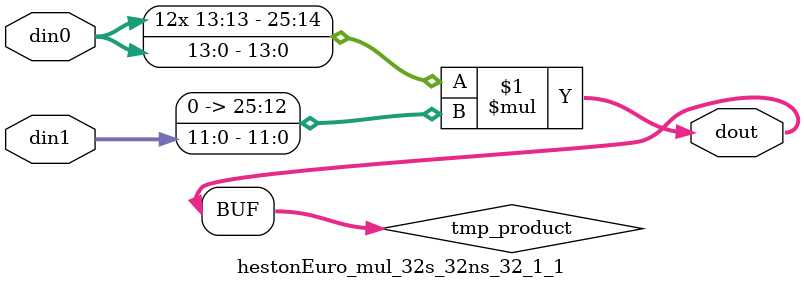
<source format=v>

`timescale 1 ns / 1 ps

  module hestonEuro_mul_32s_32ns_32_1_1(din0, din1, dout);
parameter ID = 1;
parameter NUM_STAGE = 0;
parameter din0_WIDTH = 14;
parameter din1_WIDTH = 12;
parameter dout_WIDTH = 26;

input [din0_WIDTH - 1 : 0] din0; 
input [din1_WIDTH - 1 : 0] din1; 
output [dout_WIDTH - 1 : 0] dout;

wire signed [dout_WIDTH - 1 : 0] tmp_product;












assign tmp_product = $signed(din0) * $signed({1'b0, din1});









assign dout = tmp_product;







endmodule

</source>
